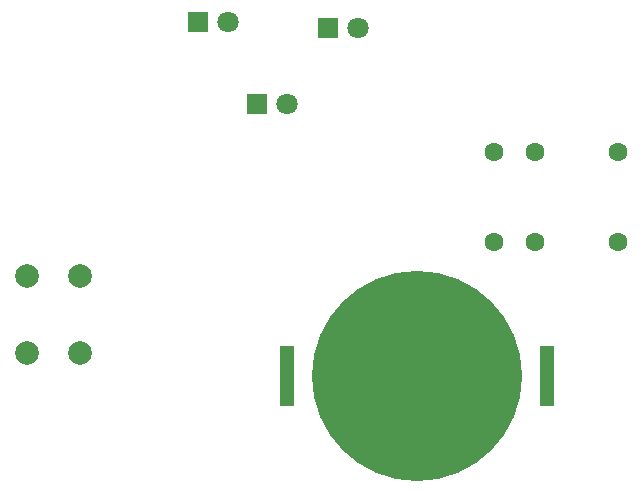
<source format=gbr>
%TF.GenerationSoftware,KiCad,Pcbnew,9.0.2*%
%TF.CreationDate,2025-05-24T17:19:21-04:00*%
%TF.ProjectId,DJUNGELSKOG Keychain,444a554e-4745-44c5-934b-4f47204b6579,rev?*%
%TF.SameCoordinates,Original*%
%TF.FileFunction,Soldermask,Bot*%
%TF.FilePolarity,Negative*%
%FSLAX46Y46*%
G04 Gerber Fmt 4.6, Leading zero omitted, Abs format (unit mm)*
G04 Created by KiCad (PCBNEW 9.0.2) date 2025-05-24 17:19:21*
%MOMM*%
%LPD*%
G01*
G04 APERTURE LIST*
%ADD10C,1.800000*%
%ADD11R,1.800000X1.800000*%
%ADD12C,2.000000*%
%ADD13C,1.600000*%
%ADD14R,1.270000X5.080000*%
%ADD15C,17.800000*%
G04 APERTURE END LIST*
D10*
%TO.C,D2*%
X140500000Y-101500000D03*
D11*
X137960000Y-101500000D03*
%TD*%
D10*
%TO.C,D3*%
X135500000Y-94500000D03*
D11*
X132960000Y-94500000D03*
%TD*%
D10*
%TO.C,D1*%
X146500000Y-95000000D03*
D11*
X143960000Y-95000000D03*
%TD*%
D12*
%TO.C,SW1*%
X118500000Y-116000000D03*
X118500000Y-122500000D03*
X123000000Y-116000000D03*
X123000000Y-122500000D03*
%TD*%
D13*
%TO.C,R3*%
X158000000Y-105500000D03*
X158000000Y-113120000D03*
%TD*%
%TO.C,R2*%
X161500000Y-113120000D03*
X161500000Y-105500000D03*
%TD*%
%TO.C,R1*%
X168500000Y-113120000D03*
X168500000Y-105500000D03*
%TD*%
D14*
%TO.C,BT1*%
X162485000Y-124500000D03*
X140515000Y-124500000D03*
D15*
X151500000Y-124500000D03*
%TD*%
M02*

</source>
